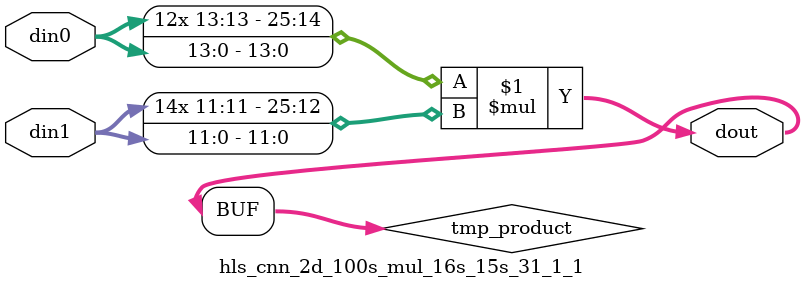
<source format=v>

`timescale 1 ns / 1 ps

  module hls_cnn_2d_100s_mul_16s_15s_31_1_1(din0, din1, dout);
parameter ID = 1;
parameter NUM_STAGE = 0;
parameter din0_WIDTH = 14;
parameter din1_WIDTH = 12;
parameter dout_WIDTH = 26;

input [din0_WIDTH - 1 : 0] din0; 
input [din1_WIDTH - 1 : 0] din1; 
output [dout_WIDTH - 1 : 0] dout;

wire signed [dout_WIDTH - 1 : 0] tmp_product;













assign tmp_product = $signed(din0) * $signed(din1);








assign dout = tmp_product;







endmodule

</source>
